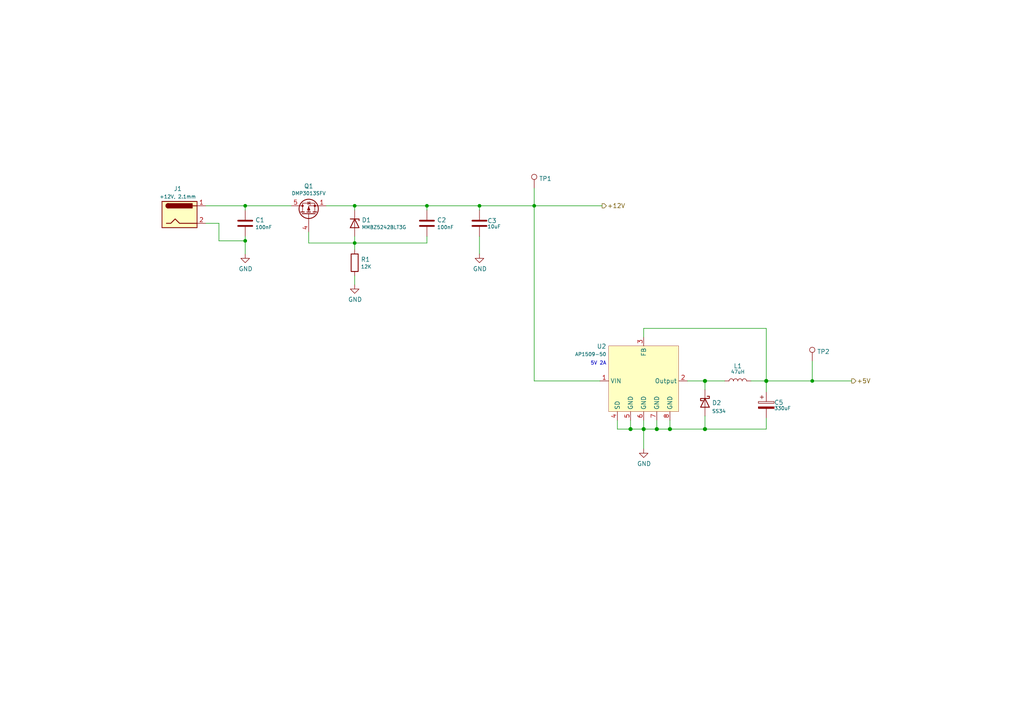
<source format=kicad_sch>
(kicad_sch (version 20210126) (generator eeschema)

  (paper "A4")

  (title_block
    (title "Pi-Fi - Power")
    (date "2021-03-17")
    (rev "2")
    (company "(c) Dennis Kupec 2021")
    (comment 1 "Based on the reference design by Raspberry Pi Foundation")
  )

  (lib_symbols
    (symbol "Connector:Barrel_Jack" (pin_names (offset 1.016)) (in_bom yes) (on_board yes)
      (property "Reference" "J" (id 0) (at 0 5.334 0)
        (effects (font (size 1.27 1.27)))
      )
      (property "Value" "Barrel_Jack" (id 1) (at 0 -5.08 0)
        (effects (font (size 1.27 1.27)))
      )
      (property "Footprint" "" (id 2) (at 1.27 -1.016 0)
        (effects (font (size 1.27 1.27)) hide)
      )
      (property "Datasheet" "~" (id 3) (at 1.27 -1.016 0)
        (effects (font (size 1.27 1.27)) hide)
      )
      (property "ki_keywords" "DC power barrel jack connector" (id 4) (at 0 0 0)
        (effects (font (size 1.27 1.27)) hide)
      )
      (property "ki_description" "DC Barrel Jack" (id 5) (at 0 0 0)
        (effects (font (size 1.27 1.27)) hide)
      )
      (property "ki_fp_filters" "BarrelJack*" (id 6) (at 0 0 0)
        (effects (font (size 1.27 1.27)) hide)
      )
      (symbol "Barrel_Jack_0_1"
        (arc (start -3.302 3.175) (end -3.302 1.905) (radius (at -3.302 2.54) (length 0.635) (angles 90.1 -90.1))
          (stroke (width 0.254)) (fill (type none))
        )
        (arc (start -3.302 3.175) (end -3.302 1.905) (radius (at -3.302 2.54) (length 0.635) (angles 90.1 -90.1))
          (stroke (width 0.254)) (fill (type outline))
        )
        (rectangle (start 3.683 3.175) (end -3.302 1.905)
          (stroke (width 0.254)) (fill (type outline))
        )
        (rectangle (start -5.08 3.81) (end 5.08 -3.81)
          (stroke (width 0.254)) (fill (type background))
        )
        (polyline
          (pts
            (xy 5.08 2.54)
            (xy 3.81 2.54)
          )
          (stroke (width 0.254)) (fill (type none))
        )
        (polyline
          (pts
            (xy -3.81 -2.54)
            (xy -2.54 -2.54)
            (xy -1.27 -1.27)
            (xy 0 -2.54)
            (xy 2.54 -2.54)
            (xy 5.08 -2.54)
          )
          (stroke (width 0.254)) (fill (type none))
        )
      )
      (symbol "Barrel_Jack_1_1"
        (pin passive line (at 7.62 2.54 180) (length 2.54)
          (name "~" (effects (font (size 1.27 1.27))))
          (number "1" (effects (font (size 1.27 1.27))))
        )
        (pin passive line (at 7.62 -2.54 180) (length 2.54)
          (name "~" (effects (font (size 1.27 1.27))))
          (number "2" (effects (font (size 1.27 1.27))))
        )
      )
    )
    (symbol "Connector:TestPoint" (pin_numbers hide) (pin_names (offset 0.762) hide) (in_bom yes) (on_board yes)
      (property "Reference" "TP" (id 0) (at 0 6.858 0)
        (effects (font (size 1.27 1.27)))
      )
      (property "Value" "TestPoint" (id 1) (at 0 5.08 0)
        (effects (font (size 1.27 1.27)))
      )
      (property "Footprint" "" (id 2) (at 5.08 0 0)
        (effects (font (size 1.27 1.27)) hide)
      )
      (property "Datasheet" "~" (id 3) (at 5.08 0 0)
        (effects (font (size 1.27 1.27)) hide)
      )
      (property "ki_keywords" "test point tp" (id 4) (at 0 0 0)
        (effects (font (size 1.27 1.27)) hide)
      )
      (property "ki_description" "test point" (id 5) (at 0 0 0)
        (effects (font (size 1.27 1.27)) hide)
      )
      (property "ki_fp_filters" "Pin* Test*" (id 6) (at 0 0 0)
        (effects (font (size 1.27 1.27)) hide)
      )
      (symbol "TestPoint_0_1"
        (circle (center 0 3.302) (radius 0.762) (stroke (width 0)) (fill (type none)))
      )
      (symbol "TestPoint_1_1"
        (pin passive line (at 0 0 90) (length 2.54)
          (name "1" (effects (font (size 1.27 1.27))))
          (number "1" (effects (font (size 1.27 1.27))))
        )
      )
    )
    (symbol "CustomSymbols:AP1509" (in_bom yes) (on_board yes)
      (property "Reference" "U" (id 0) (at 0 -2.54 0)
        (effects (font (size 1.27 1.27)))
      )
      (property "Value" "AP1509" (id 1) (at 0 0 0)
        (effects (font (size 1.27 1.27)))
      )
      (property "Footprint" "Package_SO:SOIC-8_3.9x4.9mm_P1.27mm" (id 2) (at 0 -25.4 0)
        (effects (font (size 1.27 1.27)) hide)
      )
      (property "Datasheet" "https://www.diodes.com/assets/Datasheets/AP1509.pdf" (id 3) (at 0 -30.48 0)
        (effects (font (size 1.27 1.27)) hide)
      )
      (property "ki_keywords" "regulator, buck, converter, DC" (id 4) (at 0 0 0)
        (effects (font (size 1.27 1.27)) hide)
      )
      (property "ki_description" "150kHz, 2A PWM Buck DC-DC Converter" (id 5) (at 0 0 0)
        (effects (font (size 1.27 1.27)) hide)
      )
      (symbol "AP1509_0_0"
        (pin input line (at -12.7 -3.81 0) (length 2.54)
          (name "VIN" (effects (font (size 1.27 1.27))))
          (number "1" (effects (font (size 1.27 1.27))))
        )
        (pin output line (at 12.7 -3.81 180) (length 2.54)
          (name "Output" (effects (font (size 1.27 1.27))))
          (number "2" (effects (font (size 1.27 1.27))))
        )
        (pin input line (at 0 8.89 270) (length 2.54)
          (name "FB" (effects (font (size 1.27 1.27))))
          (number "3" (effects (font (size 1.27 1.27))))
        )
        (pin input line (at -7.62 -15.24 90) (length 2.54)
          (name "SD" (effects (font (size 1.27 1.27))))
          (number "4" (effects (font (size 1.27 1.27))))
        )
        (pin input line (at -3.81 -15.24 90) (length 2.54)
          (name "GND" (effects (font (size 1.27 1.27))))
          (number "5" (effects (font (size 1.27 1.27))))
        )
        (pin input line (at 0 -15.24 90) (length 2.54)
          (name "GND" (effects (font (size 1.27 1.27))))
          (number "6" (effects (font (size 1.27 1.27))))
        )
        (pin output line (at 3.81 -15.24 90) (length 2.54)
          (name "GND" (effects (font (size 1.27 1.27))))
          (number "7" (effects (font (size 1.27 1.27))))
        )
        (pin input line (at 7.62 -15.24 90) (length 2.54)
          (name "GND" (effects (font (size 1.27 1.27))))
          (number "8" (effects (font (size 1.27 1.27))))
        )
      )
      (symbol "AP1509_0_1"
        (rectangle (start -10.16 6.35) (end 10.16 -12.7)
          (stroke (width 0.0006)) (fill (type background))
        )
      )
    )
    (symbol "Device:C" (pin_numbers hide) (pin_names (offset 0.254)) (in_bom yes) (on_board yes)
      (property "Reference" "C" (id 0) (at 0.635 2.54 0)
        (effects (font (size 1.27 1.27)) (justify left))
      )
      (property "Value" "C" (id 1) (at 0.635 -2.54 0)
        (effects (font (size 1.27 1.27)) (justify left))
      )
      (property "Footprint" "" (id 2) (at 0.9652 -3.81 0)
        (effects (font (size 1.27 1.27)) hide)
      )
      (property "Datasheet" "~" (id 3) (at 0 0 0)
        (effects (font (size 1.27 1.27)) hide)
      )
      (property "ki_keywords" "cap capacitor" (id 4) (at 0 0 0)
        (effects (font (size 1.27 1.27)) hide)
      )
      (property "ki_description" "Unpolarized capacitor" (id 5) (at 0 0 0)
        (effects (font (size 1.27 1.27)) hide)
      )
      (property "ki_fp_filters" "C_*" (id 6) (at 0 0 0)
        (effects (font (size 1.27 1.27)) hide)
      )
      (symbol "C_0_1"
        (polyline
          (pts
            (xy -2.032 -0.762)
            (xy 2.032 -0.762)
          )
          (stroke (width 0.508)) (fill (type none))
        )
        (polyline
          (pts
            (xy -2.032 0.762)
            (xy 2.032 0.762)
          )
          (stroke (width 0.508)) (fill (type none))
        )
      )
      (symbol "C_1_1"
        (pin passive line (at 0 3.81 270) (length 2.794)
          (name "~" (effects (font (size 1.27 1.27))))
          (number "1" (effects (font (size 1.27 1.27))))
        )
        (pin passive line (at 0 -3.81 90) (length 2.794)
          (name "~" (effects (font (size 1.27 1.27))))
          (number "2" (effects (font (size 1.27 1.27))))
        )
      )
    )
    (symbol "Device:CP" (pin_numbers hide) (pin_names (offset 0.254)) (in_bom yes) (on_board yes)
      (property "Reference" "C" (id 0) (at 0.635 2.54 0)
        (effects (font (size 1.27 1.27)) (justify left))
      )
      (property "Value" "CP" (id 1) (at 0.635 -2.54 0)
        (effects (font (size 1.27 1.27)) (justify left))
      )
      (property "Footprint" "" (id 2) (at 0.9652 -3.81 0)
        (effects (font (size 1.27 1.27)) hide)
      )
      (property "Datasheet" "~" (id 3) (at 0 0 0)
        (effects (font (size 1.27 1.27)) hide)
      )
      (property "ki_keywords" "cap capacitor" (id 4) (at 0 0 0)
        (effects (font (size 1.27 1.27)) hide)
      )
      (property "ki_description" "Polarized capacitor" (id 5) (at 0 0 0)
        (effects (font (size 1.27 1.27)) hide)
      )
      (property "ki_fp_filters" "CP_*" (id 6) (at 0 0 0)
        (effects (font (size 1.27 1.27)) hide)
      )
      (symbol "CP_0_1"
        (rectangle (start -2.286 0.508) (end 2.286 1.016)
          (stroke (width 0)) (fill (type none))
        )
        (rectangle (start 2.286 -0.508) (end -2.286 -1.016)
          (stroke (width 0)) (fill (type outline))
        )
        (polyline
          (pts
            (xy -1.778 2.286)
            (xy -0.762 2.286)
          )
          (stroke (width 0)) (fill (type none))
        )
        (polyline
          (pts
            (xy -1.27 2.794)
            (xy -1.27 1.778)
          )
          (stroke (width 0)) (fill (type none))
        )
      )
      (symbol "CP_1_1"
        (pin passive line (at 0 3.81 270) (length 2.794)
          (name "~" (effects (font (size 1.27 1.27))))
          (number "1" (effects (font (size 1.27 1.27))))
        )
        (pin passive line (at 0 -3.81 90) (length 2.794)
          (name "~" (effects (font (size 1.27 1.27))))
          (number "2" (effects (font (size 1.27 1.27))))
        )
      )
    )
    (symbol "Device:D_Schottky" (pin_numbers hide) (pin_names (offset 1.016) hide) (in_bom yes) (on_board yes)
      (property "Reference" "D" (id 0) (at 0 2.54 0)
        (effects (font (size 1.27 1.27)))
      )
      (property "Value" "D_Schottky" (id 1) (at 0 -2.54 0)
        (effects (font (size 1.27 1.27)))
      )
      (property "Footprint" "" (id 2) (at 0 0 0)
        (effects (font (size 1.27 1.27)) hide)
      )
      (property "Datasheet" "~" (id 3) (at 0 0 0)
        (effects (font (size 1.27 1.27)) hide)
      )
      (property "ki_keywords" "diode Schottky" (id 4) (at 0 0 0)
        (effects (font (size 1.27 1.27)) hide)
      )
      (property "ki_description" "Schottky diode" (id 5) (at 0 0 0)
        (effects (font (size 1.27 1.27)) hide)
      )
      (property "ki_fp_filters" "TO-???* *_Diode_* *SingleDiode* D_*" (id 6) (at 0 0 0)
        (effects (font (size 1.27 1.27)) hide)
      )
      (symbol "D_Schottky_0_1"
        (polyline
          (pts
            (xy 1.27 0)
            (xy -1.27 0)
          )
          (stroke (width 0)) (fill (type none))
        )
        (polyline
          (pts
            (xy 1.27 1.27)
            (xy 1.27 -1.27)
            (xy -1.27 0)
            (xy 1.27 1.27)
          )
          (stroke (width 0.254)) (fill (type none))
        )
        (polyline
          (pts
            (xy -1.905 0.635)
            (xy -1.905 1.27)
            (xy -1.27 1.27)
            (xy -1.27 -1.27)
            (xy -0.635 -1.27)
            (xy -0.635 -0.635)
          )
          (stroke (width 0.254)) (fill (type none))
        )
      )
      (symbol "D_Schottky_1_1"
        (pin passive line (at -3.81 0 0) (length 2.54)
          (name "K" (effects (font (size 1.27 1.27))))
          (number "1" (effects (font (size 1.27 1.27))))
        )
        (pin passive line (at 3.81 0 180) (length 2.54)
          (name "A" (effects (font (size 1.27 1.27))))
          (number "2" (effects (font (size 1.27 1.27))))
        )
      )
    )
    (symbol "Device:D_Zener" (pin_numbers hide) (pin_names (offset 1.016) hide) (in_bom yes) (on_board yes)
      (property "Reference" "D" (id 0) (at 0 2.54 0)
        (effects (font (size 1.27 1.27)))
      )
      (property "Value" "D_Zener" (id 1) (at 0 -2.54 0)
        (effects (font (size 1.27 1.27)))
      )
      (property "Footprint" "" (id 2) (at 0 0 0)
        (effects (font (size 1.27 1.27)) hide)
      )
      (property "Datasheet" "~" (id 3) (at 0 0 0)
        (effects (font (size 1.27 1.27)) hide)
      )
      (property "ki_keywords" "diode" (id 4) (at 0 0 0)
        (effects (font (size 1.27 1.27)) hide)
      )
      (property "ki_description" "Zener diode" (id 5) (at 0 0 0)
        (effects (font (size 1.27 1.27)) hide)
      )
      (property "ki_fp_filters" "TO-???* *_Diode_* *SingleDiode* D_*" (id 6) (at 0 0 0)
        (effects (font (size 1.27 1.27)) hide)
      )
      (symbol "D_Zener_0_1"
        (polyline
          (pts
            (xy 1.27 0)
            (xy -1.27 0)
          )
          (stroke (width 0)) (fill (type none))
        )
        (polyline
          (pts
            (xy -1.27 -1.27)
            (xy -1.27 1.27)
            (xy -0.762 1.27)
          )
          (stroke (width 0.254)) (fill (type none))
        )
        (polyline
          (pts
            (xy 1.27 -1.27)
            (xy 1.27 1.27)
            (xy -1.27 0)
            (xy 1.27 -1.27)
          )
          (stroke (width 0.254)) (fill (type none))
        )
      )
      (symbol "D_Zener_1_1"
        (pin passive line (at -3.81 0 0) (length 2.54)
          (name "K" (effects (font (size 1.27 1.27))))
          (number "1" (effects (font (size 1.27 1.27))))
        )
        (pin passive line (at 3.81 0 180) (length 2.54)
          (name "A" (effects (font (size 1.27 1.27))))
          (number "2" (effects (font (size 1.27 1.27))))
        )
      )
    )
    (symbol "Device:L" (pin_numbers hide) (pin_names (offset 1.016) hide) (in_bom yes) (on_board yes)
      (property "Reference" "L" (id 0) (at -1.27 0 90)
        (effects (font (size 1.27 1.27)))
      )
      (property "Value" "L" (id 1) (at 1.905 0 90)
        (effects (font (size 1.27 1.27)))
      )
      (property "Footprint" "" (id 2) (at 0 0 0)
        (effects (font (size 1.27 1.27)) hide)
      )
      (property "Datasheet" "~" (id 3) (at 0 0 0)
        (effects (font (size 1.27 1.27)) hide)
      )
      (property "ki_keywords" "inductor choke coil reactor magnetic" (id 4) (at 0 0 0)
        (effects (font (size 1.27 1.27)) hide)
      )
      (property "ki_description" "Inductor" (id 5) (at 0 0 0)
        (effects (font (size 1.27 1.27)) hide)
      )
      (property "ki_fp_filters" "Choke_* *Coil* Inductor_* L_*" (id 6) (at 0 0 0)
        (effects (font (size 1.27 1.27)) hide)
      )
      (symbol "L_0_1"
        (arc (start 0 -2.54) (end 0 -1.27) (radius (at 0 -1.905) (length 0.635) (angles -89.9 89.9))
          (stroke (width 0)) (fill (type none))
        )
        (arc (start 0 -1.27) (end 0 0) (radius (at 0 -0.635) (length 0.635) (angles -89.9 89.9))
          (stroke (width 0)) (fill (type none))
        )
        (arc (start 0 0) (end 0 1.27) (radius (at 0 0.635) (length 0.635) (angles -89.9 89.9))
          (stroke (width 0)) (fill (type none))
        )
        (arc (start 0 1.27) (end 0 2.54) (radius (at 0 1.905) (length 0.635) (angles -89.9 89.9))
          (stroke (width 0)) (fill (type none))
        )
      )
      (symbol "L_1_1"
        (pin passive line (at 0 3.81 270) (length 1.27)
          (name "1" (effects (font (size 1.27 1.27))))
          (number "1" (effects (font (size 1.27 1.27))))
        )
        (pin passive line (at 0 -3.81 90) (length 1.27)
          (name "2" (effects (font (size 1.27 1.27))))
          (number "2" (effects (font (size 1.27 1.27))))
        )
      )
    )
    (symbol "Device:R" (pin_numbers hide) (pin_names (offset 0)) (in_bom yes) (on_board yes)
      (property "Reference" "R" (id 0) (at 2.032 0 90)
        (effects (font (size 1.27 1.27)))
      )
      (property "Value" "R" (id 1) (at 0 0 90)
        (effects (font (size 1.27 1.27)))
      )
      (property "Footprint" "" (id 2) (at -1.778 0 90)
        (effects (font (size 1.27 1.27)) hide)
      )
      (property "Datasheet" "~" (id 3) (at 0 0 0)
        (effects (font (size 1.27 1.27)) hide)
      )
      (property "ki_keywords" "R res resistor" (id 4) (at 0 0 0)
        (effects (font (size 1.27 1.27)) hide)
      )
      (property "ki_description" "Resistor" (id 5) (at 0 0 0)
        (effects (font (size 1.27 1.27)) hide)
      )
      (property "ki_fp_filters" "R_*" (id 6) (at 0 0 0)
        (effects (font (size 1.27 1.27)) hide)
      )
      (symbol "R_0_1"
        (rectangle (start -1.016 -2.54) (end 1.016 2.54)
          (stroke (width 0.254)) (fill (type none))
        )
      )
      (symbol "R_1_1"
        (pin passive line (at 0 3.81 270) (length 1.27)
          (name "~" (effects (font (size 1.27 1.27))))
          (number "1" (effects (font (size 1.27 1.27))))
        )
        (pin passive line (at 0 -3.81 90) (length 1.27)
          (name "~" (effects (font (size 1.27 1.27))))
          (number "2" (effects (font (size 1.27 1.27))))
        )
      )
    )
    (symbol "Transistor_FET:DMP3013SFV" (pin_names hide) (in_bom yes) (on_board yes)
      (property "Reference" "Q" (id 0) (at 5.08 1.905 0)
        (effects (font (size 1.27 1.27)) (justify left))
      )
      (property "Value" "DMP3013SFV" (id 1) (at 5.08 0 0)
        (effects (font (size 1.27 1.27)) (justify left))
      )
      (property "Footprint" "Package_SON:Diodes_PowerDI3333-8" (id 2) (at 5.08 -1.905 0)
        (effects (font (size 1.27 1.27) italic) (justify left) hide)
      )
      (property "Datasheet" "https://www.diodes.com/assets/Datasheets/DMP3013SFV.pdf" (id 3) (at 0 0 90)
        (effects (font (size 1.27 1.27)) (justify left) hide)
      )
      (property "ki_keywords" "P-Channel MOSFET" (id 4) (at 0 0 0)
        (effects (font (size 1.27 1.27)) hide)
      )
      (property "ki_description" "-12A Id, -30V Vds, P-Channel Power MOSFET, 9.5mOhm Ron, 33.7nC Qg (typ), PowerDI3333-8" (id 5) (at 0 0 0)
        (effects (font (size 1.27 1.27)) hide)
      )
      (property "ki_fp_filters" "Diodes*PowerDI3333*" (id 6) (at 0 0 0)
        (effects (font (size 1.27 1.27)) hide)
      )
      (symbol "DMP3013SFV_0_1"
        (circle (center 1.651 0) (radius 2.794) (stroke (width 0.254)) (fill (type none)))
        (circle (center 2.54 -1.778) (radius 0.254) (stroke (width 0)) (fill (type outline)))
        (circle (center 2.54 1.778) (radius 0.254) (stroke (width 0)) (fill (type outline)))
        (polyline
          (pts
            (xy 0.254 0)
            (xy -2.54 0)
          )
          (stroke (width 0)) (fill (type none))
        )
        (polyline
          (pts
            (xy 0.254 1.905)
            (xy 0.254 -1.905)
          )
          (stroke (width 0.254)) (fill (type none))
        )
        (polyline
          (pts
            (xy 0.762 -1.27)
            (xy 0.762 -2.286)
          )
          (stroke (width 0.254)) (fill (type none))
        )
        (polyline
          (pts
            (xy 0.762 0.508)
            (xy 0.762 -0.508)
          )
          (stroke (width 0.254)) (fill (type none))
        )
        (polyline
          (pts
            (xy 0.762 2.286)
            (xy 0.762 1.27)
          )
          (stroke (width 0.254)) (fill (type none))
        )
        (polyline
          (pts
            (xy 2.54 2.54)
            (xy 2.54 1.778)
          )
          (stroke (width 0)) (fill (type none))
        )
        (polyline
          (pts
            (xy 2.54 -2.54)
            (xy 2.54 0)
            (xy 0.762 0)
          )
          (stroke (width 0)) (fill (type none))
        )
        (polyline
          (pts
            (xy 0.762 1.778)
            (xy 3.302 1.778)
            (xy 3.302 -1.778)
            (xy 0.762 -1.778)
          )
          (stroke (width 0)) (fill (type none))
        )
        (polyline
          (pts
            (xy 2.794 -0.508)
            (xy 2.921 -0.381)
            (xy 3.683 -0.381)
            (xy 3.81 -0.254)
          )
          (stroke (width 0)) (fill (type none))
        )
        (polyline
          (pts
            (xy 3.302 -0.381)
            (xy 2.921 0.254)
            (xy 3.683 0.254)
            (xy 3.302 -0.381)
          )
          (stroke (width 0)) (fill (type none))
        )
        (polyline
          (pts
            (xy 2.286 0)
            (xy 1.27 0.381)
            (xy 1.27 -0.381)
            (xy 2.286 0)
          )
          (stroke (width 0)) (fill (type outline))
        )
      )
      (symbol "DMP3013SFV_1_1"
        (pin passive line (at 2.54 -5.08 90) (length 2.54)
          (name "S" (effects (font (size 1.27 1.27))))
          (number "1" (effects (font (size 1.27 1.27))))
        )
        (pin passive line (at 2.54 -5.08 90) (length 2.54) hide
          (name "S" (effects (font (size 1.27 1.27))))
          (number "2" (effects (font (size 1.27 1.27))))
        )
        (pin passive line (at 2.54 -5.08 90) (length 2.54) hide
          (name "S" (effects (font (size 1.27 1.27))))
          (number "3" (effects (font (size 1.27 1.27))))
        )
        (pin passive line (at -5.08 0 0) (length 2.54)
          (name "G" (effects (font (size 1.27 1.27))))
          (number "4" (effects (font (size 1.27 1.27))))
        )
        (pin passive line (at 2.54 5.08 270) (length 2.54)
          (name "D" (effects (font (size 1.27 1.27))))
          (number "5" (effects (font (size 1.27 1.27))))
        )
      )
    )
    (symbol "power:GND" (power) (pin_names (offset 0)) (in_bom yes) (on_board yes)
      (property "Reference" "#PWR" (id 0) (at 0 -6.35 0)
        (effects (font (size 1.27 1.27)) hide)
      )
      (property "Value" "GND" (id 1) (at 0 -3.81 0)
        (effects (font (size 1.27 1.27)))
      )
      (property "Footprint" "" (id 2) (at 0 0 0)
        (effects (font (size 1.27 1.27)) hide)
      )
      (property "Datasheet" "" (id 3) (at 0 0 0)
        (effects (font (size 1.27 1.27)) hide)
      )
      (property "ki_keywords" "power-flag" (id 4) (at 0 0 0)
        (effects (font (size 1.27 1.27)) hide)
      )
      (property "ki_description" "Power symbol creates a global label with name \"GND\" , ground" (id 5) (at 0 0 0)
        (effects (font (size 1.27 1.27)) hide)
      )
      (symbol "GND_0_1"
        (polyline
          (pts
            (xy 0 0)
            (xy 0 -1.27)
            (xy 1.27 -1.27)
            (xy 0 -2.54)
            (xy -1.27 -1.27)
            (xy 0 -1.27)
          )
          (stroke (width 0)) (fill (type none))
        )
      )
      (symbol "GND_1_1"
        (pin power_in line (at 0 0 270) (length 0) hide
          (name "GND" (effects (font (size 1.27 1.27))))
          (number "1" (effects (font (size 1.27 1.27))))
        )
      )
    )
  )

  (junction (at 71.12 59.69) (diameter 0.9144) (color 0 0 0 0))
  (junction (at 71.12 69.85) (diameter 0.9144) (color 0 0 0 0))
  (junction (at 102.87 59.69) (diameter 0.9144) (color 0 0 0 0))
  (junction (at 102.87 70.485) (diameter 0.9144) (color 0 0 0 0))
  (junction (at 123.825 59.69) (diameter 0.9144) (color 0 0 0 0))
  (junction (at 139.065 59.69) (diameter 0.9144) (color 0 0 0 0))
  (junction (at 154.94 59.69) (diameter 0.9144) (color 0 0 0 0))
  (junction (at 182.88 124.46) (diameter 1.016) (color 0 0 0 0))
  (junction (at 186.69 124.46) (diameter 1.016) (color 0 0 0 0))
  (junction (at 190.5 124.46) (diameter 1.016) (color 0 0 0 0))
  (junction (at 194.31 124.46) (diameter 1.016) (color 0 0 0 0))
  (junction (at 204.47 110.49) (diameter 1.016) (color 0 0 0 0))
  (junction (at 204.47 124.46) (diameter 1.016) (color 0 0 0 0))
  (junction (at 222.25 110.49) (diameter 1.016) (color 0 0 0 0))
  (junction (at 235.585 110.49) (diameter 0.9144) (color 0 0 0 0))

  (wire (pts (xy 59.69 59.69) (xy 71.12 59.69))
    (stroke (width 0) (type solid) (color 0 0 0 0))
    (uuid 208fdf81-2cc2-44c1-bf4f-5bdfd4339322)
  )
  (wire (pts (xy 59.69 64.77) (xy 63.5 64.77))
    (stroke (width 0) (type solid) (color 0 0 0 0))
    (uuid 58a83f50-b833-4023-8daa-00abc8849d5a)
  )
  (wire (pts (xy 63.5 64.77) (xy 63.5 69.85))
    (stroke (width 0) (type solid) (color 0 0 0 0))
    (uuid 58a83f50-b833-4023-8daa-00abc8849d5a)
  )
  (wire (pts (xy 63.5 69.85) (xy 71.12 69.85))
    (stroke (width 0) (type solid) (color 0 0 0 0))
    (uuid 58a83f50-b833-4023-8daa-00abc8849d5a)
  )
  (wire (pts (xy 71.12 59.69) (xy 71.12 60.96))
    (stroke (width 0) (type solid) (color 0 0 0 0))
    (uuid 97b355e2-1d9e-42b3-bf95-e8d08d86a297)
  )
  (wire (pts (xy 71.12 59.69) (xy 84.455 59.69))
    (stroke (width 0) (type solid) (color 0 0 0 0))
    (uuid 903ee21f-10a4-487c-a0b8-a4090b4648f5)
  )
  (wire (pts (xy 71.12 69.85) (xy 71.12 68.58))
    (stroke (width 0) (type solid) (color 0 0 0 0))
    (uuid 58a83f50-b833-4023-8daa-00abc8849d5a)
  )
  (wire (pts (xy 71.12 69.85) (xy 71.12 73.66))
    (stroke (width 0) (type solid) (color 0 0 0 0))
    (uuid 086c799a-e167-4ba3-9bbd-84237f594e33)
  )
  (wire (pts (xy 89.535 67.31) (xy 89.535 70.485))
    (stroke (width 0) (type solid) (color 0 0 0 0))
    (uuid 66383661-6d8a-4072-a5a8-ecf84de01afc)
  )
  (wire (pts (xy 89.535 70.485) (xy 102.87 70.485))
    (stroke (width 0) (type solid) (color 0 0 0 0))
    (uuid 72dfb270-3db1-437c-8a14-505332b74b2a)
  )
  (wire (pts (xy 94.615 59.69) (xy 102.87 59.69))
    (stroke (width 0) (type solid) (color 0 0 0 0))
    (uuid 6caaeccc-369e-4694-b7a2-fd62c765ee9d)
  )
  (wire (pts (xy 102.87 59.69) (xy 102.87 60.96))
    (stroke (width 0) (type solid) (color 0 0 0 0))
    (uuid eaba81dc-7a6e-47f6-a060-6d12d381233a)
  )
  (wire (pts (xy 102.87 59.69) (xy 123.825 59.69))
    (stroke (width 0) (type solid) (color 0 0 0 0))
    (uuid fc5f9f43-3c29-46d9-87cb-03eef999ae30)
  )
  (wire (pts (xy 102.87 68.58) (xy 102.87 70.485))
    (stroke (width 0) (type solid) (color 0 0 0 0))
    (uuid 2c4cbee2-4770-4d36-84ff-ee9353856659)
  )
  (wire (pts (xy 102.87 70.485) (xy 102.87 72.39))
    (stroke (width 0) (type solid) (color 0 0 0 0))
    (uuid 2c4cbee2-4770-4d36-84ff-ee9353856659)
  )
  (wire (pts (xy 102.87 80.01) (xy 102.87 82.55))
    (stroke (width 0) (type solid) (color 0 0 0 0))
    (uuid 1813e9ac-a6fe-4aa1-a523-f6e2c54137cb)
  )
  (wire (pts (xy 123.825 59.69) (xy 123.825 60.96))
    (stroke (width 0) (type solid) (color 0 0 0 0))
    (uuid fc5f9f43-3c29-46d9-87cb-03eef999ae30)
  )
  (wire (pts (xy 123.825 68.58) (xy 123.825 70.485))
    (stroke (width 0) (type solid) (color 0 0 0 0))
    (uuid 27d68fec-a874-41b6-ab6f-418a26f8f23d)
  )
  (wire (pts (xy 123.825 70.485) (xy 102.87 70.485))
    (stroke (width 0) (type solid) (color 0 0 0 0))
    (uuid 27d68fec-a874-41b6-ab6f-418a26f8f23d)
  )
  (wire (pts (xy 139.065 59.69) (xy 123.825 59.69))
    (stroke (width 0) (type solid) (color 0 0 0 0))
    (uuid 429ca41f-da25-4bc0-a031-55b591bdbb9c)
  )
  (wire (pts (xy 139.065 59.69) (xy 154.94 59.69))
    (stroke (width 0) (type solid) (color 0 0 0 0))
    (uuid 0d001155-f159-4d65-af8b-d1920bc190fd)
  )
  (wire (pts (xy 139.065 60.96) (xy 139.065 59.69))
    (stroke (width 0) (type solid) (color 0 0 0 0))
    (uuid 429ca41f-da25-4bc0-a031-55b591bdbb9c)
  )
  (wire (pts (xy 139.065 68.58) (xy 139.065 73.66))
    (stroke (width 0) (type solid) (color 0 0 0 0))
    (uuid e6c26e3a-6c58-4d0d-8fe3-42cd458db307)
  )
  (wire (pts (xy 154.94 54.61) (xy 154.94 59.69))
    (stroke (width 0) (type solid) (color 0 0 0 0))
    (uuid 3476692b-7565-434a-9c52-5dff2a650ad2)
  )
  (wire (pts (xy 154.94 59.69) (xy 154.94 110.49))
    (stroke (width 0) (type solid) (color 0 0 0 0))
    (uuid 0064d7d0-96f4-4898-98f6-fb2b6cc366e8)
  )
  (wire (pts (xy 154.94 59.69) (xy 174.625 59.69))
    (stroke (width 0) (type solid) (color 0 0 0 0))
    (uuid 0d001155-f159-4d65-af8b-d1920bc190fd)
  )
  (wire (pts (xy 154.94 110.49) (xy 173.99 110.49))
    (stroke (width 0) (type solid) (color 0 0 0 0))
    (uuid 0064d7d0-96f4-4898-98f6-fb2b6cc366e8)
  )
  (wire (pts (xy 179.07 124.46) (xy 179.07 121.92))
    (stroke (width 0) (type solid) (color 0 0 0 0))
    (uuid 4d0ce5bf-9d41-4703-a812-99b009df6c63)
  )
  (wire (pts (xy 179.07 124.46) (xy 182.88 124.46))
    (stroke (width 0) (type solid) (color 0 0 0 0))
    (uuid 80788be5-8254-4d15-b392-163afa64605d)
  )
  (wire (pts (xy 182.88 121.92) (xy 182.88 124.46))
    (stroke (width 0) (type solid) (color 0 0 0 0))
    (uuid 5ea3c6d5-a624-4635-bdb5-b5ea010bd65c)
  )
  (wire (pts (xy 182.88 124.46) (xy 186.69 124.46))
    (stroke (width 0) (type solid) (color 0 0 0 0))
    (uuid 5ea3c6d5-a624-4635-bdb5-b5ea010bd65c)
  )
  (wire (pts (xy 186.69 95.25) (xy 222.25 95.25))
    (stroke (width 0) (type solid) (color 0 0 0 0))
    (uuid 25d86ac0-3eba-4440-a5c0-2bf9cce4c259)
  )
  (wire (pts (xy 186.69 97.79) (xy 186.69 95.25))
    (stroke (width 0) (type solid) (color 0 0 0 0))
    (uuid 25d86ac0-3eba-4440-a5c0-2bf9cce4c259)
  )
  (wire (pts (xy 186.69 124.46) (xy 186.69 121.92))
    (stroke (width 0) (type solid) (color 0 0 0 0))
    (uuid 5ea3c6d5-a624-4635-bdb5-b5ea010bd65c)
  )
  (wire (pts (xy 186.69 124.46) (xy 186.69 130.175))
    (stroke (width 0) (type solid) (color 0 0 0 0))
    (uuid a0ebd81f-2668-4bbd-8914-daf19a2cb7a9)
  )
  (wire (pts (xy 186.69 124.46) (xy 190.5 124.46))
    (stroke (width 0) (type solid) (color 0 0 0 0))
    (uuid 6faaee3b-ee4e-49c5-9792-aac2685ea077)
  )
  (wire (pts (xy 190.5 124.46) (xy 190.5 121.92))
    (stroke (width 0) (type solid) (color 0 0 0 0))
    (uuid 6faaee3b-ee4e-49c5-9792-aac2685ea077)
  )
  (wire (pts (xy 190.5 124.46) (xy 194.31 124.46))
    (stroke (width 0) (type solid) (color 0 0 0 0))
    (uuid 232eb34f-30cb-4555-8fdb-495d51e643f6)
  )
  (wire (pts (xy 194.31 124.46) (xy 194.31 121.92))
    (stroke (width 0) (type solid) (color 0 0 0 0))
    (uuid 232eb34f-30cb-4555-8fdb-495d51e643f6)
  )
  (wire (pts (xy 194.31 124.46) (xy 204.47 124.46))
    (stroke (width 0) (type solid) (color 0 0 0 0))
    (uuid 71cf6182-6716-4beb-ba4f-33b91c6075b9)
  )
  (wire (pts (xy 199.39 110.49) (xy 204.47 110.49))
    (stroke (width 0) (type solid) (color 0 0 0 0))
    (uuid 9728bb3f-45cb-4153-8c70-78083a9c7281)
  )
  (wire (pts (xy 204.47 110.49) (xy 210.185 110.49))
    (stroke (width 0) (type solid) (color 0 0 0 0))
    (uuid 9728bb3f-45cb-4153-8c70-78083a9c7281)
  )
  (wire (pts (xy 204.47 113.03) (xy 204.47 110.49))
    (stroke (width 0) (type solid) (color 0 0 0 0))
    (uuid a2bf3edc-b29c-4b52-b7b7-3bac0ca627ab)
  )
  (wire (pts (xy 204.47 120.65) (xy 204.47 124.46))
    (stroke (width 0) (type solid) (color 0 0 0 0))
    (uuid caf248da-526d-43f4-af61-8d7282c022b6)
  )
  (wire (pts (xy 204.47 124.46) (xy 222.25 124.46))
    (stroke (width 0) (type solid) (color 0 0 0 0))
    (uuid 71cf6182-6716-4beb-ba4f-33b91c6075b9)
  )
  (wire (pts (xy 217.805 110.49) (xy 222.25 110.49))
    (stroke (width 0) (type solid) (color 0 0 0 0))
    (uuid e0bb5801-60c9-4498-8e48-60f9af5e36c0)
  )
  (wire (pts (xy 222.25 95.25) (xy 222.25 110.49))
    (stroke (width 0) (type solid) (color 0 0 0 0))
    (uuid 25d86ac0-3eba-4440-a5c0-2bf9cce4c259)
  )
  (wire (pts (xy 222.25 110.49) (xy 222.25 113.665))
    (stroke (width 0) (type solid) (color 0 0 0 0))
    (uuid 811ef266-0f32-4756-85d7-c86ae6803314)
  )
  (wire (pts (xy 222.25 110.49) (xy 235.585 110.49))
    (stroke (width 0) (type solid) (color 0 0 0 0))
    (uuid 44b19756-0a4a-443e-a22e-eafcad30bc0e)
  )
  (wire (pts (xy 222.25 121.285) (xy 222.25 124.46))
    (stroke (width 0) (type solid) (color 0 0 0 0))
    (uuid 2cc5ba19-3079-47c8-a946-ae5b77a8b340)
  )
  (wire (pts (xy 235.585 104.775) (xy 235.585 110.49))
    (stroke (width 0) (type solid) (color 0 0 0 0))
    (uuid 3df61d17-0bbf-473d-b433-a6bcda3425f2)
  )
  (wire (pts (xy 235.585 110.49) (xy 247.015 110.49))
    (stroke (width 0) (type solid) (color 0 0 0 0))
    (uuid 44b19756-0a4a-443e-a22e-eafcad30bc0e)
  )

  (text "5V 2A" (at 175.895 106.045 180)
    (effects (font (size 1.016 1.016)) (justify right bottom))
    (uuid 3778a513-273c-4d5c-86c9-a37286645a3a)
  )

  (hierarchical_label "+12V" (shape output) (at 174.625 59.69 0)
    (effects (font (size 1.27 1.27)) (justify left))
    (uuid e4fddb24-3ac8-4ebe-a51f-d855c65c8fe4)
  )
  (hierarchical_label "+5V" (shape output) (at 247.015 110.49 0)
    (effects (font (size 1.27 1.27)) (justify left))
    (uuid ace03aaf-f954-458b-950d-917fa061f71d)
  )

  (symbol (lib_id "Connector:TestPoint") (at 154.94 54.61 0) (unit 1)
    (in_bom yes) (on_board yes)
    (uuid 9872ebcf-0f7b-444a-a7fb-fe13e5ff0edb)
    (property "Reference" "TP1" (id 0) (at 156.3371 51.8236 0)
      (effects (font (size 1.27 1.27)) (justify left))
    )
    (property "Value" "TestPoint" (id 1) (at 156.3371 53.9179 0)
      (effects (font (size 1.016 1.016)) (justify left) hide)
    )
    (property "Footprint" "KiCad/kicad-footprints/TestPoint.pretty:TestPoint_Pad_D1.5mm" (id 2) (at 160.02 54.61 0)
      (effects (font (size 1.27 1.27)) hide)
    )
    (property "Datasheet" "~" (id 3) (at 160.02 54.61 0)
      (effects (font (size 1.27 1.27)) hide)
    )
    (pin "1" (uuid fd7d8ded-df4e-40d6-9cc5-bce9b9cd2e18))
  )

  (symbol (lib_id "Connector:TestPoint") (at 235.585 104.775 0) (unit 1)
    (in_bom yes) (on_board yes)
    (uuid e321a8a3-e651-4d51-8d23-96e5e2076342)
    (property "Reference" "TP2" (id 0) (at 236.9821 101.9886 0)
      (effects (font (size 1.27 1.27)) (justify left))
    )
    (property "Value" "TestPoint" (id 1) (at 236.9821 104.0829 0)
      (effects (font (size 1.016 1.016)) (justify left) hide)
    )
    (property "Footprint" "KiCad/kicad-footprints/TestPoint.pretty:TestPoint_Pad_D1.0mm" (id 2) (at 240.665 104.775 0)
      (effects (font (size 1.27 1.27)) hide)
    )
    (property "Datasheet" "~" (id 3) (at 240.665 104.775 0)
      (effects (font (size 1.27 1.27)) hide)
    )
    (pin "1" (uuid fd7d8ded-df4e-40d6-9cc5-bce9b9cd2e18))
  )

  (symbol (lib_id "power:GND") (at 71.12 73.66 0) (unit 1)
    (in_bom yes) (on_board yes)
    (uuid 7be8bc6d-2da4-4c19-af3e-50f921e0bbbe)
    (property "Reference" "#PWR?" (id 0) (at 71.12 80.01 0)
      (effects (font (size 1.27 1.27)) hide)
    )
    (property "Value" "GND" (id 1) (at 71.2343 77.9844 0))
    (property "Footprint" "" (id 2) (at 71.12 73.66 0)
      (effects (font (size 1.27 1.27)) hide)
    )
    (property "Datasheet" "" (id 3) (at 71.12 73.66 0)
      (effects (font (size 1.27 1.27)) hide)
    )
    (pin "1" (uuid 52922909-e5a1-4259-b0e8-7f8a36c63241))
  )

  (symbol (lib_id "power:GND") (at 102.87 82.55 0) (unit 1)
    (in_bom yes) (on_board yes)
    (uuid 6ddb4b1e-5055-4d54-be5d-e85311df8bd3)
    (property "Reference" "#PWR?" (id 0) (at 102.87 88.9 0)
      (effects (font (size 1.27 1.27)) hide)
    )
    (property "Value" "GND" (id 1) (at 102.9843 86.8744 0))
    (property "Footprint" "" (id 2) (at 102.87 82.55 0)
      (effects (font (size 1.27 1.27)) hide)
    )
    (property "Datasheet" "" (id 3) (at 102.87 82.55 0)
      (effects (font (size 1.27 1.27)) hide)
    )
    (pin "1" (uuid 52922909-e5a1-4259-b0e8-7f8a36c63241))
  )

  (symbol (lib_id "power:GND") (at 139.065 73.66 0) (unit 1)
    (in_bom yes) (on_board yes)
    (uuid c632f66e-3e6b-43e8-8824-5de9196cea86)
    (property "Reference" "#PWR?" (id 0) (at 139.065 80.01 0)
      (effects (font (size 1.27 1.27)) hide)
    )
    (property "Value" "GND" (id 1) (at 139.1793 77.9844 0))
    (property "Footprint" "" (id 2) (at 139.065 73.66 0)
      (effects (font (size 1.27 1.27)) hide)
    )
    (property "Datasheet" "" (id 3) (at 139.065 73.66 0)
      (effects (font (size 1.27 1.27)) hide)
    )
    (pin "1" (uuid 52922909-e5a1-4259-b0e8-7f8a36c63241))
  )

  (symbol (lib_id "power:GND") (at 186.69 130.175 0) (unit 1)
    (in_bom yes) (on_board yes)
    (uuid ca9ce60c-cf25-40d4-b74b-64aadfea5c8e)
    (property "Reference" "#PWR?" (id 0) (at 186.69 136.525 0)
      (effects (font (size 1.27 1.27)) hide)
    )
    (property "Value" "GND" (id 1) (at 186.8043 134.4994 0))
    (property "Footprint" "" (id 2) (at 186.69 130.175 0)
      (effects (font (size 1.27 1.27)) hide)
    )
    (property "Datasheet" "" (id 3) (at 186.69 130.175 0)
      (effects (font (size 1.27 1.27)) hide)
    )
    (pin "1" (uuid 52922909-e5a1-4259-b0e8-7f8a36c63241))
  )

  (symbol (lib_id "Device:L") (at 213.995 110.49 90) (unit 1)
    (in_bom yes) (on_board yes)
    (uuid a5a08641-5662-4b4e-8fde-ea696d517682)
    (property "Reference" "L1" (id 0) (at 213.995 106.1592 90))
    (property "Value" "47uH" (id 1) (at 213.995 107.8445 90)
      (effects (font (size 1.016 1.016)))
    )
    (property "Footprint" "KiCad/kicad-footprints/Inductor_SMD.pretty:L_10.4x10.4_H4.8" (id 2) (at 213.995 110.49 0)
      (effects (font (size 1.27 1.27)) hide)
    )
    (property "Datasheet" "~" (id 3) (at 213.995 110.49 0)
      (effects (font (size 1.27 1.27)) hide)
    )
    (pin "1" (uuid 15824668-533b-485a-a416-377a3ea213f2))
    (pin "2" (uuid a3a07971-eec9-4ebe-9fde-9b71d42ae2df))
  )

  (symbol (lib_id "Device:R") (at 102.87 76.2 0) (unit 1)
    (in_bom yes) (on_board yes)
    (uuid 451a5fc9-f36b-40c8-aa51-8b5a8243f45d)
    (property "Reference" "R1" (id 0) (at 104.6481 75.2551 0)
      (effects (font (size 1.27 1.27)) (justify left))
    )
    (property "Value" "12K" (id 1) (at 104.6481 77.3494 0)
      (effects (font (size 1.016 1.016)) (justify left))
    )
    (property "Footprint" "KiCad/kicad-footprints/Resistor_SMD.pretty:R_0805_2012Metric_Pad1.15x1.40mm_HandSolder" (id 2) (at 101.092 76.2 90)
      (effects (font (size 1.27 1.27)) hide)
    )
    (property "Datasheet" "~" (id 3) (at 102.87 76.2 0)
      (effects (font (size 1.27 1.27)) hide)
    )
    (pin "1" (uuid 49764093-8893-46e3-97ee-dd1339d522c3))
    (pin "2" (uuid fc1e9e1b-af66-4bc6-90ce-e1dea4eb7f0b))
  )

  (symbol (lib_id "Device:D_Zener") (at 102.87 64.77 270) (unit 1)
    (in_bom yes) (on_board yes)
    (uuid b37a01f6-b692-4356-ab06-81f905c1d76d)
    (property "Reference" "D1" (id 0) (at 104.9021 63.8251 90)
      (effects (font (size 1.27 1.27)) (justify left))
    )
    (property "Value" "MMBZ5242BLT3G" (id 1) (at 104.9021 65.9194 90)
      (effects (font (size 1.016 1.016)) (justify left))
    )
    (property "Footprint" "KiCad/kicad-footprints/Diode_SMD.pretty:D_SOT-23_ANK" (id 2) (at 102.87 64.77 0)
      (effects (font (size 1.27 1.27)) hide)
    )
    (property "Datasheet" "~" (id 3) (at 102.87 64.77 0)
      (effects (font (size 1.27 1.27)) hide)
    )
    (pin "1" (uuid c6454e36-598e-43f8-9171-37d6689a808b))
    (pin "2" (uuid e1eab919-bb15-4745-aee1-d191d553ee56))
  )

  (symbol (lib_id "Device:D_Schottky") (at 204.47 116.84 270) (unit 1)
    (in_bom yes) (on_board yes)
    (uuid 11f2f78d-a1e1-40f7-b6e9-5e1993b42bb4)
    (property "Reference" "D2" (id 0) (at 206.5021 116.84 90)
      (effects (font (size 1.27 1.27)) (justify left))
    )
    (property "Value" "SS34" (id 1) (at 206.5021 119.2593 90)
      (effects (font (size 1.016 1.016)) (justify left))
    )
    (property "Footprint" "KiCad/Diodes_SMD.pretty:D_SMA_Handsoldering" (id 2) (at 204.47 116.84 0)
      (effects (font (size 1.27 1.27)) hide)
    )
    (property "Datasheet" "~" (id 3) (at 204.47 116.84 0)
      (effects (font (size 1.27 1.27)) hide)
    )
    (pin "1" (uuid 0086e7b7-89e5-46ab-b627-74fb277c3b07))
    (pin "2" (uuid bb91eb6d-bcc8-43c5-9335-b1f7e09898a0))
  )

  (symbol (lib_id "Device:C") (at 71.12 64.77 0) (unit 1)
    (in_bom yes) (on_board yes)
    (uuid f6e48628-1df1-40cf-83eb-d93fcf36878d)
    (property "Reference" "C1" (id 0) (at 74.0411 63.8251 0)
      (effects (font (size 1.27 1.27)) (justify left))
    )
    (property "Value" "100nF" (id 1) (at 74.0411 65.9194 0)
      (effects (font (size 1.016 1.016)) (justify left))
    )
    (property "Footprint" "KiCad/kicad-footprints/Resistor_SMD.pretty:R_0805_2012Metric_Pad1.15x1.40mm_HandSolder" (id 2) (at 72.0852 68.58 0)
      (effects (font (size 1.27 1.27)) hide)
    )
    (property "Datasheet" "~" (id 3) (at 71.12 64.77 0)
      (effects (font (size 1.27 1.27)) hide)
    )
    (pin "1" (uuid a6c9b8fc-5f8f-4756-8933-11454f1157d3))
    (pin "2" (uuid 0d2d2687-eb03-402c-b553-e61f79e3b96f))
  )

  (symbol (lib_id "Device:C") (at 123.825 64.77 0) (unit 1)
    (in_bom yes) (on_board yes)
    (uuid a7ad8430-791f-43e2-ae9e-7e4ed51636f4)
    (property "Reference" "C2" (id 0) (at 126.7461 63.8251 0)
      (effects (font (size 1.27 1.27)) (justify left))
    )
    (property "Value" "100nF" (id 1) (at 126.7461 65.9194 0)
      (effects (font (size 1.016 1.016)) (justify left))
    )
    (property "Footprint" "KiCad/kicad-footprints/Capacitor_SMD.pretty:C_0805_2012Metric" (id 2) (at 124.7902 68.58 0)
      (effects (font (size 1.27 1.27)) hide)
    )
    (property "Datasheet" "~" (id 3) (at 123.825 64.77 0)
      (effects (font (size 1.27 1.27)) hide)
    )
    (pin "1" (uuid a6c9b8fc-5f8f-4756-8933-11454f1157d3))
    (pin "2" (uuid 0d2d2687-eb03-402c-b553-e61f79e3b96f))
  )

  (symbol (lib_id "Device:C") (at 139.065 64.77 0) (unit 1)
    (in_bom yes) (on_board yes)
    (uuid 94125748-ed99-43e9-84c8-f31019b61ecc)
    (property "Reference" "C3" (id 0) (at 141.3511 64.0296 0)
      (effects (font (size 1.27 1.27)) (justify left))
    )
    (property "Value" "10uF" (id 1) (at 141.3511 65.7149 0)
      (effects (font (size 1.016 1.016)) (justify left))
    )
    (property "Footprint" "KiCad/kicad-footprints/Capacitor_SMD.pretty:C_0805_2012Metric" (id 2) (at 140.0302 68.58 0)
      (effects (font (size 1.27 1.27)) hide)
    )
    (property "Datasheet" "~" (id 3) (at 139.065 64.77 0)
      (effects (font (size 1.27 1.27)) hide)
    )
    (pin "1" (uuid 5bc69056-c83b-4e9a-a0cb-4c6eb2afed3c))
    (pin "2" (uuid 96c06880-1bbd-4c88-acca-15edb70cfb01))
  )

  (symbol (lib_id "Device:CP") (at 222.25 117.475 0) (unit 1)
    (in_bom yes) (on_board yes)
    (uuid 2d49b960-2d27-4c18-99ea-703167c9f521)
    (property "Reference" "C5" (id 0) (at 224.5361 116.7346 0)
      (effects (font (size 1.27 1.27)) (justify left))
    )
    (property "Value" "330uF" (id 1) (at 224.5361 118.4199 0)
      (effects (font (size 1.016 1.016)) (justify left))
    )
    (property "Footprint" "KiCad/kicad-footprints/Capacitor_Tantalum_SMD.pretty:CP_EIA-7343-43_Kemet-X_Pad2.25x2.55mm_HandSolder" (id 2) (at 223.2152 121.285 0)
      (effects (font (size 1.27 1.27)) hide)
    )
    (property "Datasheet" "~" (id 3) (at 222.25 117.475 0)
      (effects (font (size 1.27 1.27)) hide)
    )
    (pin "1" (uuid 84383e63-f743-4223-98d0-b5b6e6a06500))
    (pin "2" (uuid 6cc27c23-74d7-462c-88bd-d601ae62792e))
  )

  (symbol (lib_id "Connector:Barrel_Jack") (at 52.07 62.23 0) (unit 1)
    (in_bom yes) (on_board yes)
    (uuid 27095b16-8562-4ebf-b2ae-4c0e01564e5e)
    (property "Reference" "J1" (id 0) (at 51.562 54.7432 0))
    (property "Value" "+12V, 2.1mm" (id 1) (at 51.562 57.0419 0)
      (effects (font (size 1.016 1.016)))
    )
    (property "Footprint" "KiCad/kicad-footprints/Connector_BarrelJack.pretty:BarrelJack_Wuerth_6941xx301002" (id 2) (at 53.34 63.246 0)
      (effects (font (size 1.27 1.27)) hide)
    )
    (property "Datasheet" "~" (id 3) (at 53.34 63.246 0)
      (effects (font (size 1.27 1.27)) hide)
    )
    (pin "1" (uuid c7e314ba-87e3-4fe8-a234-d1a46cf7c519))
    (pin "2" (uuid 77c9d635-0464-44e7-886a-2100d2a3ca04))
  )

  (symbol (lib_id "Transistor_FET:DMP3013SFV") (at 89.535 62.23 90) (unit 1)
    (in_bom yes) (on_board yes)
    (uuid 3265f07e-efd9-4d0b-8b08-123626faefd7)
    (property "Reference" "Q1" (id 0) (at 89.535 53.9838 90))
    (property "Value" "DMP3013SFV" (id 1) (at 89.535 56.0781 90)
      (effects (font (size 1.016 1.016)))
    )
    (property "Footprint" "KiCad/kicad-footprints/Package_SON.pretty:Diodes_PowerDI3333-8" (id 2) (at 91.44 57.15 0)
      (effects (font (size 1.27 1.27) italic) (justify left) hide)
    )
    (property "Datasheet" "https://www.diodes.com/assets/Datasheets/DMP3013SFV.pdf" (id 3) (at 89.535 62.23 90)
      (effects (font (size 1.27 1.27)) (justify left) hide)
    )
    (pin "1" (uuid b7384fa8-2181-45e0-93e5-861875d8dc84))
    (pin "2" (uuid 48d2672b-a7f8-4602-8478-a48efbad6a92))
    (pin "3" (uuid 55415791-14e7-48dd-90c0-442106a5b6a6))
    (pin "4" (uuid b1dd3707-067b-4ce0-87a0-89d779fea204))
    (pin "5" (uuid ad789ad2-c099-4f9f-9bc3-0933e4e0d8f0))
  )

  (symbol (lib_id "CustomSymbols:AP1509") (at 186.69 106.68 0) (unit 1)
    (in_bom yes) (on_board yes)
    (uuid 10fca833-d86b-4eac-a819-21a330b43658)
    (property "Reference" "U2" (id 0) (at 173.1011 100.4506 0)
      (effects (font (size 1.27 1.27)) (justify left))
    )
    (property "Value" "AP1509-50" (id 1) (at 166.7511 102.7493 0)
      (effects (font (size 1.016 1.016)) (justify left))
    )
    (property "Footprint" "KiCad/kicad-footprints/Package_SO.pretty:SOIC-8_3.9x4.9mm_P1.27mm" (id 2) (at 186.69 132.08 0)
      (effects (font (size 1.27 1.27)) hide)
    )
    (property "Datasheet" "https://www.diodes.com/assets/Datasheets/AP1509.pdf" (id 3) (at 186.69 137.16 0)
      (effects (font (size 1.27 1.27)) hide)
    )
    (pin "1" (uuid d94100ea-bf68-48a0-9964-c39b38f7ebd7))
    (pin "2" (uuid 25ae2c15-4129-4b4e-880f-bd032a13a675))
    (pin "3" (uuid 32179628-8913-4564-a486-7b117e8fb596))
    (pin "4" (uuid c6eb8f31-bc6d-4a0d-9e1e-da733fa14eaf))
    (pin "5" (uuid 65b3d55e-e00b-448a-8991-e5325ebde801))
    (pin "6" (uuid d281eb7a-317a-46fd-a4bd-abee7405e0ed))
    (pin "7" (uuid 2f706134-7160-44a3-a18e-beaaffe7f029))
    (pin "8" (uuid 03b320b7-7b18-4f62-8fd5-5b66b1bad9b8))
  )
)

</source>
